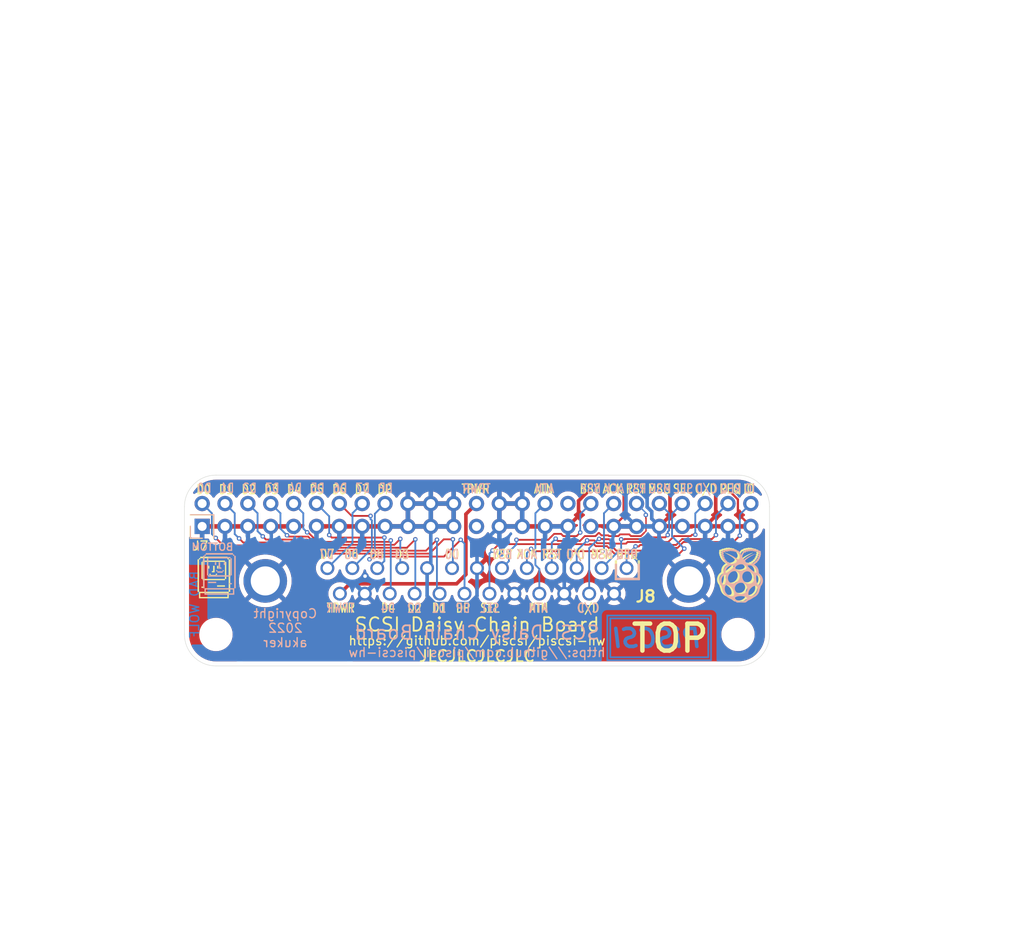
<source format=kicad_pcb>
(kicad_pcb (version 20211014) (generator pcbnew)
  (layers (0 "F.Cu" signal "Top") (31 "B.Cu" signal "Bottom") (34 "B.Paste" user) (35 "F.Paste" user) (36 "B.SilkS" user "B.Silkscreen") (37 "F.SilkS" user "F.Silkscreen") (38 "B.Mask" user) (39 "F.Mask" user) (44 "Edge.Cuts" user))
  (net 0 "")
  (net 1 "GND")
  (net 2 "C-REQ")
  (net 3 "C-MSG")
  (net 4 "C-BSY")
  (net 5 "C-SEL")
  (net 6 "C-RST")
  (net 7 "C-ACK")
  (net 8 "C-ATN")
  (net 9 "C-DP")
  (net 10 "C-D0")
  (net 11 "C-D1")
  (net 12 "C-D2")
  (net 13 "C-D3")
  (net 14 "C-D4")
  (net 15 "C-D5")
  (net 16 "C-D6")
  (net 17 "C-D7")
  (net 18 "C-I_O")
  (net 19 "C-C_D")
  (net 20 "TERMPOW")
  (footprint "SamacSys_Parts:Modified_PinHeader_2x25_P2.54mm_Vertical" (layer "F.Cu") (at 176.4665 82.9945 90)
    (fp_text reference "J7" (at -2.1655 -0.1765 180) (layer "F.SilkS"))
    (fp_text value "Conn_02x25_Odd_Even")
    (pad "1" thru_hole rect (at 0 0 90) (size 1.7 1.7) (drill 1) (layers *.Cu *.Mask) (net 1 "GND"))
    (pad "2" thru_hole oval (at 2.54 0 90) (size 1.7 1.7) (drill 1) (layers *.Cu *.Mask) (net 10 "C-D0"))
    (pad "3" thru_hole oval (at 0 2.54 90) (size 1.7 1.7) (drill 1) (layers *.Cu *.Mask) (net 1 "GND"))
    (pad "4" thru_hole oval (at 2.54 2.54 90) (size 1.7 1.7) (drill 1) (layers *.Cu *.Mask) (net 11 "C-D1"))
    (pad "5" thru_hole oval (at 0 5.08 90) (size 1.7 1.7) (drill 1) (layers *.Cu *.Mask) (net 1 "GND"))
    (pad "6" thru_hole oval (at 2.54 5.08 90) (size 1.7 1.7) (drill 1) (layers *.Cu *.Mask) (net 12 "C-D2"))
    (pad "7" thru_hole oval (at 0 7.62 90) (size 1.7 1.7) (drill 1) (layers *.Cu *.Mask) (net 1 "GND"))
    (pad "8" thru_hole oval (at 2.54 7.62 90) (size 1.7 1.7) (drill 1) (layers *.Cu *.Mask) (net 13 "C-D3"))
    (pad "9" thru_hole oval (at 0 10.16 90) (size 1.7 1.7) (drill 1) (layers *.Cu *.Mask) (net 1 "GND"))
    (pad "10" thru_hole oval (at 2.54 10.16 90) (size 1.7 1.7) (drill 1) (layers *.Cu *.Mask) (net 14 "C-D4"))
    (pad "11" thru_hole oval (at 0 12.7 90) (size 1.7 1.7) (drill 1) (layers *.Cu *.Mask) (net 1 "GND"))
    (pad "12" thru_hole oval (at 2.54 12.7 90) (size 1.7 1.7) (drill 1) (layers *.Cu *.Mask) (net 15 "C-D5"))
    (pad "13" thru_hole oval (at 0 15.24 90) (size 1.7 1.7) (drill 1) (layers *.Cu *.Mask) (net 1 "GND"))
    (pad "14" thru_hole oval (at 2.54 15.24 90) (size 1.7 1.7) (drill 1) (layers *.Cu *.Mask) (net 16 "C-D6"))
    (pad "15" thru_hole oval (at 0 17.78 90) (size 1.7 1.7) (drill 1) (layers *.Cu *.Mask) (net 1 "GND"))
    (pad "16" thru_hole oval (at 2.54 17.78 90) (size 1.7 1.7) (drill 1) (layers *.Cu *.Mask) (net 17 "C-D7"))
    (pad "17" thru_hole oval (at 0 20.32 90) (size 1.7 1.7) (drill 1) (layers *.Cu *.Mask) (net 1 "GND"))
    (pad "18" thru_hole oval (at 2.54 20.32 90) (size 1.7 1.7) (drill 1) (layers *.Cu *.Mask) (net 9 "C-DP"))
    (pad "19" thru_hole oval (at 0 22.86 90) (size 1.7 1.7) (drill 1) (layers *.Cu *.Mask) (net 1 "GND"))
    (pad "20" thru_hole oval (at 2.54 22.86 90) (size 1.7 1.7) (drill 1) (layers *.Cu *.Mask) (net 1 "GND"))
    (pad "21" thru_hole oval (at 0 25.4 90) (size 1.7 1.7) (drill 1) (layers *.Cu *.Mask) (net 1 "GND"))
    (pad "22" thru_hole oval (at 2.54 25.4 90) (size 1.7 1.7) (drill 1) (layers *.Cu *.Mask) (net 1 "GND"))
    (pad "23" thru_hole oval (at 0 27.94 90) (size 1.7 1.7) (drill 1) (layers *.Cu *.Mask) (net 1 "GND"))
    (pad "24" thru_hole oval (at 2.54 27.94 90) (size 1.7 1.7) (drill 1) (layers *.Cu *.Mask) (net 1 "GND"))
    (pad "25" thru_hole oval (at 0 30.48 90) (size 1.7 1.7) (drill 1) (layers *.Cu *.Mask))
    (pad "26" thru_hole oval (at 2.54 30.48 90) (size 1.7 1.7) (drill 1) (layers *.Cu *.Mask) (net 20 "TERMPOW"))
    (pad "27" thru_hole oval (at 0 33.02 90) (size 1.7 1.7) (drill 1) (layers *.Cu *.Mask) (net 1 "GND"))
    (pad "28" thru_hole oval (at 2.54 33.02 90) (size 1.7 1.7) (drill 1) (layers *.Cu *.Mask) (net 1 "GND"))
    (pad "29" thru_hole oval (at 0 35.56 90) (size 1.7 1.7) (drill 1) (layers *.Cu *.Mask) (net 1 "GND"))
    (pad "30" thru_hole oval (at 2.54 35.56 90) (size 1.7 1.7) (drill 1) (layers *.Cu *.Mask) (net 1 "GND"))
    (pad "31" thru_hole oval (at 0 38.1 90) (size 1.7 1.7) (drill 1) (layers *.Cu *.Mask) (net 1 "GND"))
    (pad "32" thru_hole oval (at 2.54 38.1 90) (size 1.7 1.7) (drill 1) (layers *.Cu *.Mask) (net 8 "C-ATN"))
    (pad "33" thru_hole oval (at 0 40.64 90) (size 1.7 1.7) (drill 1) (layers *.Cu *.Mask) (net 1 "GND"))
    (pad "34" thru_hole oval (at 2.54 40.64 90) (size 1.7 1.7) (drill 1) (layers *.Cu *.Mask))
    (pad "35" thru_hole oval (at 0 43.18 90) (size 1.7 1.7) (drill 1) (layers *.Cu *.Mask) (net 1 "GND"))
    (pad "36" thru_hole oval (at 2.54 43.18 90) (size 1.7 1.7) (drill 1) (layers *.Cu *.Mask) (net 4 "C-BSY"))
    (pad "37" thru_hole oval (at 0 45.72 90) (size 1.7 1.7) (drill 1) (layers *.Cu *.Mask) (net 1 "GND"))
    (pad "38" thru_hole oval (at 2.54 45.72 90) (size 1.7 1.7) (drill 1) (layers *.Cu *.Mask) (net 7 "C-ACK"))
    (pad "39" thru_hole oval (at 0 48.26 90) (size 1.7 1.7) (drill 1) (layers *.Cu *.Mask) (net 1 "GND"))
    (pad "40" thru_hole oval (at 2.54 48.26 90) (size 1.7 1.7) (drill 1) (layers *.Cu *.Mask) (net 6 "C-RST"))
    (pad "41" thru_hole oval (at 0 50.8 90) (size 1.7 1.7) (drill 1) (layers *.Cu *.Mask) (net 1 "GND"))
    (pad "42" thru_hole oval (at 2.54 50.8 90) (size 1.7 1.7) (drill 1) (layers *.Cu *.Mask) (net 3 "C-MSG"))
    (pad "43" thru_hole oval (at 0 53.34 90) (size 1.7 1.7) (drill 1) (layers *.Cu *.Mask) (net 1 "GND"))
    (pad "44" thru_hole oval (at 2.54 53.34 90) (size 1.7 1.7) (drill 1) (layers *.Cu *.Mask) (net 5 "C-SEL"))
    (pad "45" thru_hole oval (at 0 55.88 90) (size 1.7 1.7) (drill 1) (layers *.Cu *.Mask) (net 1 "GND"))
    (pad "46" thru_hole oval (at 2.54 55.88 90) (size 1.7 1.7) (drill 1) (layers *.Cu *.Mask) (net 19 "C-C_D"))
    (pad "47" thru_hole oval (at 0 58.42 90) (size 1.7 1.7) (drill 1) (layers *.Cu *.Mask) (net 1 "GND"))
    (pad "48" thru_hole oval (at 2.54 58.42 90) (size 1.7 1.7) (drill 1) (layers *.Cu *.Mask) (net 2 "C-REQ"))
    (pad "49" thru_hole oval (at 0 60.96 90) (size 1.7 1.7) (drill 1) (layers *.Cu *.Mask) (net 1 "GND"))
    (pad "50" thru_hole oval (at 2.54 60.96 90) (size 1.7 1.7) (drill 1) (layers *.Cu *.Mask) (net 18 "C-I_O"))
  )
  (footprint "MountingHole:MountingHole_2.7mm" (layer "F.Cu") (at 178 95)
    (fp_text reference "H5")
    (fp_text value "Hole4")
    (pad "" np_thru_hole circle (at 0 0) (size 2.7 2.7) (drill 2.7) (layers *.Cu *.Mask))
  )
  (footprint "MountingHole:MountingHole_2.7mm" (layer "F.Cu") (at 236 95)
    (fp_text reference "H6")
    (fp_text value "Hole6")
    (pad "" np_thru_hole circle (at 0 0) (size 2.7 2.7) (drill 2.7) (layers *.Cu *.Mask))
  )
  (footprint "SamacSys_Parts:mac_happy_small" (layer "F.Cu") (at 177.8 88.646)
    (fp_text reference "X1" hide)
    (fp_text value "Mac" hide)
  )
  (footprint "SamacSys_Parts:pi_logo" (layer "F.Cu") (at 236.093 88.392)
    (fp_text reference "X7" hide)
    (fp_text value "Pi" hide)
  )
  (footprint "SamacSys_Parts:pi_logo" (layer "B.Cu") (at 236.347 88.519 180)
    (fp_text reference "X4" hide)
    (fp_text value "Raspberry Pi" hide)
  )
  (footprint "SamacSys_Parts:mac_happy_small" (layer "B.Cu") (at 178.345364 88.246909 180)
    (fp_text reference "X3" hide)
    (fp_text value "Mac2" hide)
  )
  (footprint "SamacSys_Parts:L717SDB25PA4CH4F" (layer "B.Cu") (at 223.62 87.63 180)
    (fp_text reference "J8" (at -2.12 -3.14) (layer "F.SilkS") (effects (font (size 1.27 1.27) (thickness 0.254))))
    (fp_text value "CONFLY DB25" hide)
    (pad "1" thru_hole circle (at 0 0 180) (size 1.545 1.545) (drill 1.03) (layers *.Cu *.Mask) (net 2 "C-REQ"))
    (pad "2" thru_hole circle (at 2.77 0 180) (size 1.545 1.545) (drill 1.03) (layers *.Cu *.Mask) (net 3 "C-MSG"))
    (pad "3" thru_hole circle (at 5.54 0 180) (size 1.545 1.545) (drill 1.03) (layers *.Cu *.Mask) (net 18 "C-I_O"))
    (pad "4" thru_hole circle (at 8.31 0 180) (size 1.545 1.545) (drill 1.03) (layers *.Cu *.Mask) (net 6 "C-RST"))
    (pad "5" thru_hole circle (at 11.08 0 180) (size 1.545 1.545) (drill 1.03) (layers *.Cu *.Mask) (net 7 "C-ACK"))
    (pad "6" thru_hole circle (at 13.85 0 180) (size 1.545 1.545) (drill 1.03) (layers *.Cu *.Mask) (net 4 "C-BSY"))
    (pad "7" thru_hole circle (at 16.62 0 180) (size 1.545 1.545) (drill 1.03) (layers *.Cu *.Mask) (net 1 "GND"))
    (pad "8" thru_hole circle (at 19.39 0 180) (size 1.545 1.545) (drill 1.03) (layers *.Cu *.Mask) (net 10 "C-D0"))
    (pad "9" thru_hole circle (at 22.16 0 180) (size 1.545 1.545) (drill 1.03) (layers *.Cu *.Mask) (net 1 "GND"))
    (pad "10" thru_hole circle (at 24.93 0 180) (size 1.545 1.545) (drill 1.03) (layers *.Cu *.Mask) (net 13 "C-D3"))
    (pad "11" thru_hole circle (at 27.7 0 180) (size 1.545 1.545) (drill 1.03) (layers *.Cu *.Mask) (net 15 "C-D5"))
    (pad "12" thru_hole circle (at 30.47 0 180) (size 1.545 1.545) (drill 1.03) (layers *.Cu *.Mask) (net 16 "C-D6"))
    (pad "13" thru_hole circle (at 33.24 0 180) (size 1.545 1.545) (drill 1.03) (layers *.Cu *.Mask) (net 17 "C-D7"))
    (pad "14" thru_hole circle (at 1.385 -2.84 180) (size 1.545 1.545) (drill 1.03) (layers *.Cu *.Mask) (net 1 "GND"))
    (pad "15" thru_hole circle (at 4.155 -2.84 180) (size 1.545 1.545) (drill 1.03) (layers *.Cu *.Mask) (net 19 "C-C_D"))
    (pad "16" thru_hole circle (at 6.925 -2.84 180) (size 1.545 1.545) (drill 1.03) (layers *.Cu *.Mask) (net 1 "GND"))
    (pad "17" thru_hole circle (at 9.695 -2.84 180) (size 1.545 1.545) (drill 1.03) (layers *.Cu *.Mask) (net 8 "C-ATN"))
    (pad "18" thru_hole circle (at 12.465 -2.84 180) (size 1.545 1.545) (drill 1.03) (layers *.Cu *.Mask) (net 1 "GND"))
    (pad "19" thru_hole circle (at 15.235 -2.84 180) (size 1.545 1.545) (drill 1.03) (layers *.Cu *.Mask) (net 5 "C-SEL"))
    (pad "20" thru_hole circle (at 18.005 -2.84 180) (size 1.545 1.545) (drill 1.03) (layers *.Cu *.Mask) (net 9 "C-DP"))
    (pad "21" thru_hole circle (at 20.775 -2.84 180) (size 1.545 1.545) (drill 1.03) (layers *.Cu *.Mask) (net 11 "C-D1"))
    (pad "22" thru_hole circle (at 23.545 -2.84 180) (size 1.545 1.545) (drill 1.03) (layers *.Cu *.Mask) (net 12 "C-D2"))
    (pad "23" thru_hole circle (at 26.315 -2.84 180) (size 1.545 1.545) (drill 1.03) (layers *.Cu *.Mask) (net 14 "C-D4"))
    (pad "24" thru_hole circle (at 29.085 -2.84 180) (size 1.545 1.545) (drill 1.03) (layers *.Cu *.Mask) (net 1 "GND"))
    (pad "25" thru_hole circle (at 31.855 -2.84 180) (size 1.545 1.545) (drill 1.03) (layers *.Cu *.Mask) (net 20 "TERMPOW"))
    (pad "MH1" thru_hole circle (at -6.9 -1.42 180) (size 4.845 4.845) (drill 3.23) (layers *.Cu *.Mask) (net 1 "GND"))
    (pad "MH2" thru_hole circle (at 40.14 -1.42 180) (size 4.845 4.845) (drill 3.23) (layers *.Cu *.Mask) (net 1 "GND"))
  )
  (gr_rect (start 181 92.9) (end 192.52 97.86) (layer "F.Cu") (width 0.2) (fill none))
  (gr_rect (start 181.305 93.21) (end 192.195 97.53) (layer "F.Cu") (width 0.2) (fill none))
  (gr_rect (start 221.805 97.53) (end 232.695 93.21) (layer "B.Cu") (width 0.2) (fill none))
  (gr_rect (start 221.48 97.86) (end 233 92.9) (layer "B.Cu") (width 0.2) (fill none))
  (gr_line (start 222.377 87.1855) (end 222.377 88.9) (layer "B.SilkS") (width 0.12))
  (gr_line (start 222.377 88.9) (end 225.044 88.9) (layer "B.SilkS") (width 0.12))
  (gr_line (start 222.504 87.1855) (end 222.504 88.773) (layer "B.SilkS") (width 0.12))
  (gr_line (start 222.504 88.773) (end 224.917 88.773) (layer "B.SilkS") (width 0.12))
  (gr_line (start 222.377 88.9) (end 225.044 88.9) (layer "B.SilkS") (width 0.12))
  (gr_line (start 225.044 88.9) (end 225.044 87.1855) (layer "B.SilkS") (width 0.12))
  (gr_line (start 222.504 88.773) (end 224.917 88.773) (layer "B.SilkS") (width 0.12))
  (gr_line (start 224.917 88.773) (end 224.917 87.1855) (layer "B.SilkS") (width 0.12))
  (gr_line (start 222.377 88.9) (end 222.377 86.8) (layer "F.SilkS") (width 0.12))
  (gr_line (start 225.044 86.8) (end 225.044 88.9) (layer "F.SilkS") (width 0.12))
  (gr_line (start 224.917 86.8) (end 224.917 88.773) (layer "F.SilkS") (width 0.12))
  (gr_line (start 222.504 88.773) (end 222.504 86.8) (layer "F.SilkS") (width 0.12))
  (gr_line (start 224.917 88.773) (end 222.504 88.773) (layer "F.SilkS") (width 0.12))
  (gr_line (start 225.044 88.9) (end 222.377 88.9) (layer "F.SilkS") (width 0.12))
  (gr_line (start 178 98.496) (end 236 98.496) (layer "Edge.Cuts") (width 0.05))
  (gr_arc (start 236 77.298) (mid 238.474874 78.323126) (end 239.5 80.798) (layer "Edge.Cuts") (width 0.05))
  (gr_line (start 178 77.298) (end 236 77.298) (layer "Edge.Cuts") (width 0.05))
  (gr_arc (start 174.5 80.798) (mid 175.525126 78.323126) (end 178 77.298) (layer "Edge.Cuts") (width 0.05))
  (gr_arc (start 178 98.496) (mid 175.525126 97.470874) (end 174.5 94.996) (layer "Edge.Cuts") (width 0.05))
  (gr_arc (start 239.5 94.996) (mid 238.474874 97.470874) (end 236 98.496) (layer "Edge.Cuts") (width 0.05))
  (gr_line (start 174.5 80.798) (end 174.5 94.996) (layer "Edge.Cuts") (width 0.05))
  (gr_line (start 239.5 80.798) (end 239.5 94.996) (layer "Edge.Cuts") (width 0.05))
  (gr_text "PiSCSI" (at 186.72 95.37) (layer "F.Cu") (effects (font (size 2 2) (thickness 0.4) italic)))
  (gr_text "BAD WOLF" (at 175.62 91.69 90) (layer "B.Cu") (effects (font (size 1 1)) (justify mirror)))
  (gr_text "PiSCSI" (at 227.04 95.42) (layer "B.Cu") (effects (font (size 2 2) (thickness 0.4) italic) (justify mirror)))
  (gr_text "https://github.com/piscsi/piscsi-hw" (at 207 97) (layer "B.SilkS") (effects (font (size 1 1)) (justify mirror)))
  (gr_text "BOTTOM" (at 177.6095 85.2805) (layer "B.SilkS") (effects (font (size 0.8 0.8)) (justify mirror)))
  (gr_text "BSY" (at 209.804 86.106) (layer "B.SilkS") (effects (font (size 1 0.8)) (justify mirror)))
  (gr_text "MSG" (at 220.853 86.106) (layer "B.SilkS") (effects (font (size 1 0.8)) (justify mirror)))
  (gr_text "ACK" (at 212.5345 86.106) (layer "B.SilkS") (effects (font (size 1 0.8)) (justify mirror)))
  (gr_text "ATN" (at 213.8045 92.075) (layer "B.SilkS") (effects (font (size 1 0.8)) (justify mirror)))
  (gr_text "I/O" (at 217.932 86.106) (layer "B.SilkS") (effects (font (size 1 0.8)) (justify mirror)))
  (gr_text "REQ" (at 223.647 86.106) (layer "B.SilkS") (effects (font (size 1 0.8)) (justify mirror)))
  (gr_text "C/D" (at 219.329 92.075) (layer "B.SilkS") (effects (font (size 1 0.8)) (justify mirror)))
  (gr_text "D0" (at 204.216 86.106) (layer "B.SilkS") (effects (font (size 1 0.8)) (justify mirror)))
  (gr_text "D2" (at 200.025 92.075) (layer "B.SilkS") (effects (font (size 1 0.8)) (justify mirror)))
  (gr_text "TPWR" (at 191.8335 92.075) (layer "B.SilkS") (effects (font (size 1 0.8)) (justify mirror)))
  (gr_text "D7" (at 190.3095 86.106) (layer "B.SilkS") (effects (font (size 1 0.8)) (justify mirror)))
  (gr_text "D5" (at 195.834 86.106) (layer "B.SilkS") (effects (font (size 1 0.8)) (justify mirror)))
  (gr_text "D1" (at 202.7555 92.075) (layer "B.SilkS") (effects (font (size 1 0.8)) (justify mirror)))
  (gr_text "D6" (at 193.04 86.106) (layer "B.SilkS") (effects (font (size 1 0.8)) (justify mirror)))
  (gr_text "SEL" (at 208.407 92.075) (layer "B.SilkS") (effects (font (size 1 0.8)) (justify mirror)))
  (gr_text "D4" (at 197.104 92.075) (layer "B.SilkS") (effects (font (size 1 0.8)) (justify mirror)))
  (gr_text "DP" (at 205.4225 92.075) (layer "B.SilkS") (effects (font (size 1 0.8)) (justify mirror)))
  (gr_text "RST" (at 215.265 86.106) (layer "B.SilkS") (effects (font (size 1 0.8)) (justify mirror)))
  (gr_text "D3" (at 198.628 86.106) (layer "B.SilkS") (effects (font (size 1 0.8)) (justify mirror)))
  (gr_text "DP" (at 196.85 78.74) (layer "B.SilkS") (effects (font (size 1 0.8)) (justify mirror)))
  (gr_text "C/D" (at 232.522448 78.8035) (layer "B.SilkS") (effects (font (size 1 0.8)) (justify mirror)))
  (gr_text "ATN" (at 214.503 78.8035) (layer "B.SilkS") (effects (font (size 1 0.8)) (justify mirror)))
  (gr_text "ACK" (at 222.206452 78.8035) (layer "B.SilkS") (effects (font (size 1 0.8)) (justify mirror)))
  (gr_text "D4" (at 186.775724 78.74) (layer "B.SilkS") (effects (font (size 1 0.8)) (justify mirror)))
  (gr_text "D7" (at 194.317142 78.74) (layer "B.SilkS") (effects (font (size 1 0.8)) (justify mirror)))
  (gr_text "D3" (at 184.261918 78.74) (layer "B.SilkS") (effects (font (size 1 0.8)) (justify mirror)))
  (gr_text "TPWR" (at 206.9465 78.8035) (layer "B.SilkS") (effects (font (size 1 0.8)) (justify mirror)))
  (gr_text "MSG" (at 227.345403 78.8035) (layer "B.SilkS") (effects (font (size 1 0.8)) (justify mirror)))
  (gr_text "D1" (at 179.234306 78.74) (layer "B.SilkS") (effects (font (size 1 0.8)) (justify mirror)))
  (gr_text "RST" (at 224.728308 78.8035) (layer "B.SilkS") (effects (font (size 1 0.8)) (justify mirror)))
  (gr_text "IO" (at 237.2995 78.8035) (layer "B.SilkS") (effects (font (size 1 0.8)) (justify mirror)))
  (gr_text "REQ" (at 235.215733 78.8035) (layer "B.SilkS") (effects (font (size 1 0.8)) (justify mirror)))
  (gr_text "SEL" (at 229.943449 78.8035) (layer "B.SilkS") (effects (font (size 1 0.8)) (justify mirror)))
  (gr_text "BSY" (at 219.6465 78.8035) (layer "B.SilkS") (effects (font (size 1 0.8)) (justify mirror)))
  (gr_text "D6" (at 191.803336 78.74) (layer "B.SilkS") (effects (font (size 1 0.8)) (justify mirror)))
  (gr_text "D5" (at 189.28953 78.74) (layer "B.SilkS") (effects (font (size 1 0.8)) (justify mirror)))
  (gr_text "D2" (at 181.748112 78.74) (layer "B.SilkS") (effects (font (size 1 0.8)) (justify mirror)))
  (gr_text "D0" (at 176.7205 78.74) (layer "B.SilkS") (effects (font (size 1 0.8)) (justify mirror)))
  (gr_text "Copyright\n2022\nakuker" (at 185.71 94.29) (layer "B.SilkS") (effects (font (size 1 1)) (justify mirror)))
  (gr_text "SCSI Daisy Chain Board" (at 207 94.8) (layer "B.SilkS") (effects (font (size 1.5 1.5) (thickness 0.2)) (justify mirror)))
  (gr_text "https://github.com/piscsi/piscsi-hw" (at 207 95.7) (layer "F.SilkS") (effects (font (size 1 1))))
  (gr_text "D5" (at 189.187458 78.9) (layer "F.SilkS") (effects (font (size 1 0.8))))
  (gr_text "D1" (at 179.132234 78.9) (layer "F.SilkS") (effects (font (size 1 0.8))))
  (gr_text "ACK" (at 212.5745 86.09) (layer "F.SilkS") (effects (font (size 1 0.8))))
  (gr_text "DP" (at 205.4625 92.059) (layer "F.SilkS") (effects (font (size 1 0.8))))
  (gr_text "D2" (at 200.065 92.059) (layer "F.SilkS") (effects (font (size 1 0.8))))
  (gr_text "D6" (at 193.08 86.09) (layer "F.SilkS") (effects (font (size 1 0.8))))
  (gr_text "MSG" (at 220.893 86.09) (layer "F.SilkS") (effects (font (size 1 0.8))))
  (gr_text "REQ" (at 223.687 86.09) (layer "F.SilkS") (effects (font (size 1 0.8))))
  (gr_text "D1" (at 202.7955 92.059) (layer "F.SilkS") (effects (font (size 1 0.8))))
  (gr_text "SCSI Daisy Chain Board" (at 207 93.9) (layer "F.SilkS") (effects (font (size 1.5 1.5) (thickness 0.2))))
  (gr_text "IO" (at 237.197428 78.8365) (layer "F.SilkS") (effects (font (size 1 0.8))))
  (gr_text "BSY" (at 219.544428 78.8365) (layer "F.SilkS") (effects (font (size 1 0.8))))
  (gr_text "RST" (at 215.305 86.09) (layer "F.SilkS") (effects (font (size 1 0.8))))
  (gr_text "D7" (at 190.3495 86.09) (layer "F.SilkS") (effects (font (size 1 0.8))))
  (gr_text "D6" (at 191.701264 78.9) (layer "F.SilkS") (effects (font (size 1 0.8))))
  (gr_text "D0" (at 176.618428 78.9) (layer "F.SilkS") (effects (font (size 1 0.8))))
  (gr_text "D2" (at 181.64604 78.9) (layer "F.SilkS") (effects (font (size 1 0.8))))
  (gr_text "MSG" (at 227.243331 78.8365) (layer "F.SilkS") (effects (font (size 1 0.8))))
  (gr_text "ATN" (at 214.400928 78.8365) (layer "F.SilkS") (effects (font (size 1 0.8))))
  (gr_text "D5" (at 195.874 86.09) (layer "F.SilkS") (effects (font (size 1 0.8))))
  (gr_text "I/O" (at 217.972 86.09) (layer "F.SilkS") (effects (font (size 1 0.8))))
  (gr_text "TPWR" (at 206.844428 78.8365) (layer "F.SilkS") (effects (font (size 1 0.8))))
  (gr_text "SEL" (at 229.841377 78.8365) (layer "F.SilkS") (effects (font (size 1 0.8))))
  (gr_text "D4" (at 186.673652 78.9) (layer "F.SilkS") (effects (font (size 1 0.8))))
  (gr_text "D3" (at 184.159846 78.9) (layer "F.SilkS") (effects (font (size 1 0.8))))
  (gr_text "D4" (at 197.144 92.059) (layer "F.SilkS") (effects (font (size 1 0.8))))
  (gr_text "TPWR" (at 191.8735 92.059) (layer "F.SilkS") (effects (font (size 1 0.8))))
  (gr_text "C/D" (at 232.420376 78.8365) (layer "F.SilkS") (effects (font (size 1 0.8))))
  (gr_text "JLCJLCJLCJLC" (at 207 97.4) (layer "F.SilkS") (effects (font (size 1.25 1.25) (thickness 0.2))))
  (gr_text "BSY" (at 209.844 86.09) (layer "F.SilkS") (effects (font (size 1 0.8))))
  (gr_text "C/D" (at 219.369 92.059) (layer "F.SilkS") (effects (font (size 1 0.8))))
  (gr_text "REQ" (at 235.113661 78.8365) (layer "F.SilkS") (effects (font (size 1 0.8))))
  (gr_text "D3" (at 198.668 86.09) (layer "F.SilkS") (effects (font (size 1 0.8))))
  (gr_text "SEL" (at 208.447 92.059) (layer "F.SilkS") (effects (font (size 1 0.8))))
  (gr_text "D0" (at 204.256 86.09) (layer "F.SilkS") (effects (font (size 1 0.8))))
  (gr_text "RST" (at 224.626236 78.8365) (layer "F.SilkS") (effects (font (size 1 0.8))))
  (gr_text "ATN" (at 213.8445 92.059) (layer "F.SilkS") (effects (font (size 1 0.8))))
  (gr_text "D7" (at 194.21507 78.9) (layer "F.SilkS") (effects (font (size 1 0.8))))
  (gr_text "TOP" (at 228.45 95.43) (layer "F.SilkS") (effects (font (size 3 3) (thickness 0.5))))
  (gr_text "ACK" (at 222.10438 78.8365) (layer "F.SilkS") (effects (font (size 1 0.8))))
  (gr_text "DP" (at 196.747928 78.9) (layer "F.SilkS") (effects (font (size 1 0.8))))
  (segment (start 228.443011 78.443011) (end 228.3 78.3) (width 0.4) (layer "F.Cu") (net 1))
  (segment (start 220.137161 78.3) (end 223.5 78.3) (width 0.4) (layer "F.Cu") (net 1))
  (segment (start 222.1865 82.9945) (end 223.288011 81.892989) (width 0.25) (layer "F.Cu") (net 1))
  (segment (start 233.523011 81.817989) (end 232.3465 82.9945) (width 0.4) (layer "F.Cu") (net 1))
  (segment (start 237.4265 82.9945) (end 235.988011 81.556011) (width 0.25) (layer "F.Cu") (net 1))
  (segment (start 233.5 78.3) (end 233.523011 78.323011) (width 0.4) (layer "F.Cu") (net 1))
  (segment (start 228.3 78.3) (end 233.5 78.3) (width 0.4) (layer "F.Cu") (net 1))
  (segment (start 217.1065 82.9945) (end 218.283011 81.817989) (width 0.4) (layer "F.Cu") (net 1))
  (segment (start 228.443011 81.817989) (end 228.443011 78.443011) (width 0.4) (layer "F.Cu") (net 1))
  (segment (start 233.546022 78.3) (end 233.523011 78.323011) (width 0.25) (layer "F.Cu") (net 1))
  (segment (start 218.283011 81.817989) (end 218.283011 80.15415) (width 0.4) (layer "F.Cu") (net 1))
  (segment (start 233.523011 78.323011) (end 233.7 78.3) (width 0.25) (layer "F.Cu") (net 1))
  (segment (start 223.5 78.3) (end 228.3 78.3) (width 0.4) (layer "F.Cu") (net 1))
  (segment (start 218.283011 80.15415) (end 220.137161 78.3) (width 0.4) (layer "F.Cu") (net 1))
  (segment (start 233.523011 78.323011) (end 233.523011 81.817989) (width 0.4) (layer "F.Cu") (net 1))
  (segment (start 227.2665 82.9945) (end 228.443011 81.817989) (width 0.4) (layer "F.Cu") (net 1))
  (segment (start 223.288011 78.511989) (end 223.5 78.3) (width 0.25) (layer "F.Cu") (net 1))
  (segment (start 235.988011 81.556011) (end 235.988011 79.998238) (width 0.25) (layer "F.Cu") (net 1))
  (segment (start 223.288011 81.892989) (end 223.288011 78.511989) (width 0.25) (layer "F.Cu") (net 1))
  (segment (start 233.7 78.3) (end 233.546022 78.3) (width 0.25) (layer "F.Cu") (net 1))
  (segment (start 235.988011 79.998238) (end 234.312784 78.323011) (width 0.25) (layer "F.Cu") (net 1))
  (segment (start 234.312784 78.323011) (end 233.523011 78.323011) (width 0.25) (layer "F.Cu") (net 1))
  (via (at 194.564 88.519) (size 0.8) (drill 0.4) (layers "F.Cu" "B.Cu") (net 1))
  (segment (start 207.0016 90.712262) (end 207.0016 87.63) (width 0.4) (layer "B.Cu") (net 1))
  (segment (start 201.8665 87.2251) (end 201.4616 87.63) (width 0.4) (layer "B.Cu") (net 1))
  (segment (start 224.453962 78.44) (end 223.54 78.44) (width 0.4) (layer "B.Cu") (net 1))
  (segment (start 227.2665 82.9945) (end 226.416501 82.144501) (width 0.4) (layer "B.Cu") (net 1))
  (segment (start 207.0016 85.4794) (end 207.0016 87.63) (width 0.4) (layer "B.Cu") (net 1))
  (segment (start 226.416501 82.144501) (end 226.416501 81.346463) (width 0.4) (layer "B.Cu") (net 1))
  (segment (start 225.903501 80.833463) (end 225.903501 79.889539) (width 0.4) (layer "B.Cu") (net 1))
  (segment (start 223.549499 78.449499) (end 223.54 78.44) (width 0.4) (layer "B.Cu") (net 1))
  (segment (start 202.318839 91.569501) (end 206.144361 91.569501) (width 0.4) (layer "B.Cu") (net 1))
  (segment (start 223.549499 81.817499) (end 223.549499 78.449499) (width 0.4) (layer "B.Cu") (net 1))
  (segment (start 217.1065 84.196581) (end 216.6966 84.606481) (width 0.4) (layer "B.Cu") (net 1))
  (segment (start 225.903501 79.889539) (end 224.453962 78.44) (width 0.4) (layer "B.Cu") (net 1))
  (segment (start 216.6966 84.606481) (end 216.6966 90.47) (width 0.4) (layer "B.Cu") (net 1))
  (segment (start 206.144361 91.569501) (end 207.0016 90.712262) (width 0.4) (layer "B.Cu") (net 1))
  (segment (start 201.4616 90.712262) (end 202.318839 91.569501) (width 0.4) (layer "B.Cu") (net 1))
  (segment (start 201.8665 82.9945) (end 201.8665 87.2251) (width 0.4) (layer "B.Cu") (net 1))
  (segment (start 201.4616 87.63) (end 201.4616 90.712262) (width 0.4) (layer "B.Cu") (net 1))
  (segment (start 226.416501 81.346463) (end 225.903501 80.833463) (width 0.4) (layer "B.Cu") (net 1))
  (segment (start 209.4865 82.9945) (end 207.0016 85.4794) (width 0.4) (layer "B.Cu") (net 1))
  (segment (start 224.7265 82.9945) (end 223.549499 81.817499) (width 0.4) (layer "B.Cu") (net 1))
  (segment (start 217.1065 82.9945) (end 217.1065 84.196581) (width 0.4) (layer "B.Cu") (net 1))
  (segment (start 229.135004 85.052534) (end 225.13504 85.052534) (width 0.2) (layer "F.Cu") (net 2))
  (segment (start 233.101488 84.398512) (end 229.789026 84.398512) (width 0.2) (layer "F.Cu") (net 2))
  (segment (start 229.789026 84.398512) (end 229.135004 85.052534) (width 0.2) (layer "F.Cu") (net 2))
  (segment (start 233.55 83.95) (end 233.101488 84.398512) (width 0.2) (layer "F.Cu") (net 2))
  (segment (start 224.972861 85.214713) (end 224.619308 85.214713) (width 0.2) (layer "F.Cu") (net 2))
  (segment (start 225.13504 85.052534) (end 224.972861 85.214713) (width 0.2) (layer "F.Cu") (net 2))
  (via (at 224.619308 85.214713) (size 0.5) (drill 0.25) (layers "F.Cu" "B.Cu") (net 2))
  (via (at 233.55 83.95) (size 0.5) (drill 0.25) (layers "F.Cu" "B.Cu") (net 2))
  (segment (start 233.55 81.791) (end 234.8865 80.4545) (width 0.2) (layer "B.Cu") (net 2))
  (segment (start 223.6216 86.212421) (end 224.619308 85.214713) (width 0.2) (layer "B.Cu") (net 2))
  (segment (start 233.55 83.95) (end 233.55 81.791) (width 0.2) (layer "B.Cu") (net 2))
  (segment (start 223.6216 87.63) (end 223.6216 86.212421) (width 0.2) (layer "B.Cu") (net 2))
  (segment (start 225.378913 84.398512) (end 223.40315 84.398512) (width 0.2) (layer "F.Cu") (net 3))
  (segment (start 225.568458 84.208967) (end 225.378913 84.398512) (width 0.2) (layer "F.Cu") (net 3))
  (segment (start 228.193502 83.95) (end 227.934535 84.208967) (width 0.2) (layer "F.Cu") (net 3))
  (segment (start 223.371503 84.430159) (end 223.01795 84.430159) (width 0.2) (layer "F.Cu") (net 3))
  (segment (start 223.40315 84.398512) (end 223.371503 84.430159) (width 0.2) (layer "F.Cu") (net 3))
  (segment (start 227.934535 84.208967) (end 225.568458 84.208967) (width 0.2) (layer "F.Cu") (net 3))
  (via (at 223.01795 84.430159) (size 0.5) (drill 0.25) (layers "F.Cu" "B.Cu") (net 3))
  (via (at 228.193502 83.95) (size 0.5) (drill 0.25) (layers "F.Cu" "B.Cu") (net 3))
  (segment (start 220.8516 87.63) (end 223.01795 85.46365) (width 0.2) (layer "B.Cu") (net 3))
  (segment (start 223.01795 85.46365) (end 223.01795 84.430159) (width 0.2) (layer "B.Cu") (net 3))
  (segment (start 228.193502 83.596447) (end 228.193502 83.95) (width 0.2) (layer "B.Cu") (net 3))
  (segment (start 228.343501 81.531501) (end 228.343501 83.446448) (width 0.2) (layer "B.Cu") (net 3))
  (segment (start 227.2665 80.4545) (end 228.343501 81.531501) (width 0.2) (layer "B.Cu") (net 3))
  (segment (start 228.343501 83.446448) (end 228.193502 83.596447) (width 0.2) (layer "B.Cu") (net 3))
  (segment (start 218.071489 84.071501) (end 216.589539 84.071501) (width 0.2) (layer "F.Cu") (net 4))
  (segment (start 216.589539 84.071501) (end 216.341027 83.822989) (width 0.2) (layer "F.Cu") (net 4))
  (segment (start 215.571049 83.822989) (end 214.909206 84.484832) (width 0.2) (layer "F.Cu") (net 4))
  (segment (start 214.909206 84.484832) (end 211.38701 84.484832) (width 0.2) (layer "F.Cu") (net 4))
  (segment (start 218.47 83.67299) (end 218.071489 84.071501) (width 0.2) (layer "F.Cu") (net 4))
  (segment (start 216.341027 83.822989) (end 215.571049 83.822989) (width 0.2) (layer "F.Cu") (net 4))
  (via (at 218.47 83.67299) (size 0.5) (drill 0.25) (layers "F.Cu" "B.Cu") (net 4))
  (via (at 211.38701 84.484832) (size 0.5) (drill 0.25) (layers "F.Cu" "B.Cu") (net 4))
  (segment (start 211.38701 84.991212) (end 211.38701 84.484832) (width 0.2) (layer "B.Cu") (net 4))
  (segment (start 218.47 81.631) (end 218.47 83.67299) (width 0.2) (layer "B.Cu") (net 4))
  (segment (start 209.7716 87.63) (end 210.544099 86.857501) (width 0.2) (layer "B.Cu") (net 4))
  (segment (start 210.544099 86.857501) (end 210.544099 85.834123) (width 0.2) (layer "B.Cu") (net 4))
  (segment (start 210.544099 85.834123) (end 211.38701 84.991212) (width 0.2) (layer "B.Cu") (net 4))
  (segment (start 219.6465 80.4545) (end 218.47 81.631) (width 0.2) (layer "B.Cu") (net 4))
  (segment (start 219.980245 84.962989) (end 220.015069 84.997814) (width 0.2) (layer "F.Cu") (net 5))
  (segment (start 209.437011 84.962989) (end 218.944761 84.962989) (width 0.2) (layer "F.Cu") (net 5))
  (segment (start 218.944761 84.962989) (end 219.007285 85.025513) (width 0.2) (layer "F.Cu") (net 5))
  (segment (start 219.007285 85.025513) (end 219.465209 85.025513) (width 0.2) (layer "F.Cu") (net 5))
  (segment (start 222.276984 86.021022) (end 229.473573 86.021022) (width 0.2) (layer "F.Cu") (net 5))
  (segment (start 219.465209 85.025513) (end 219.527733 84.962989) (width 0.2) (layer "F.Cu") (net 5))
  (segment (start 219.527733 84.962989) (end 219.980245 84.962989) (width 0.2) (layer "F.Cu") (net 5))
  (segment (start 220.206628 85.189373) (end 221.445335 85.189373) (width 0.2) (layer "F.Cu") (net 5))
  (segment (start 208.73 85.67) (end 209.437011 84.962989) (width 0.2) (layer "F.Cu") (net 5))
  (segment (start 229.473573 86.021022) (end 230.028947 85.465648) (width 0.2) (layer "F.Cu") (net 5))
  (segment (start 221.445335 85.189373) (end 222.276984 86.021022) (width 0.2) (layer "F.Cu") (net 5))
  (segment (start 220.015069 84.997814) (end 220.206628 85.189373) (width 0.2) (layer "F.Cu") (net 5))
  (via (at 230.028947 85.465648) (size 0.5) (drill 0.25) (layers "F.Cu" "B.Cu") (net 5))
  (via (at 208.73 85.67) (size 0.5) (drill 0.25) (layers "F.Cu" "B.Cu") (net 5))
  (segment (start 228.670512 84.107213) (end 230.028947 85.465648) (width 0.2) (layer "B.Cu") (net 5))
  (segment (start 208.73 85.67) (end 208.3866 86.0134) (width 0.2) (layer "B.Cu") (net 5))
  (segment (start 208.3866 86.0134) (end 208.3866 90.47) (width 0.2) (layer "B.Cu") (net 5))
  (segment (start 229.8065 80.4545) (end 228.670512 81.590488) (width 0.2) (layer "B.Cu") (net 5))
  (segment (start 228.670512 81.590488) (end 228.670512 84.107213) (width 0.2) (layer "B.Cu") (net 5))
  (segment (start 220.498628 83.736334) (end 220.582489 83.736334) (width 0.2) (layer "F.Cu") (net 6))
  (segment (start 222.703461 84.071501) (end 222.897065 83.877897) (width 0.2) (layer "F.Cu") (net 6))
  (segment (start 218.978514 84.071501) (end 220.163461 84.071501) (width 0.2) (layer "F.Cu") (net 6))
  (segment (start 221.669539 84.071501) (end 222.703461 84.071501) (width 0.2) (layer "F.Cu") (net 6))
  (segment (start 225.206903 84.071501) (end 225.546447 83.731957) (width 0.2) (layer "F.Cu") (net 6))
  (segment (start 225.546447 83.731957) (end 225.778501 83.499903) (width 0.15) (layer "F.Cu") (net 6))
  (segment (start 221.584509 83.986471) (end 221.669539 84.071501) (width 0.2) (layer "F.Cu") (net 6))
  (segment (start 225.778501 82.092054) (end 225.76 82.073553) (width 0.15) (layer "F.Cu") (net 6))
  (segment (start 223.91365 83.877897) (end 224.107254 84.071501) (width 0.2) (layer "F.Cu") (net 6))
  (segment (start 225.778501 83.499903) (end 225.778501 82.092054) (width 0.15) (layer "F.Cu") (net 6))
  (segment (start 220.163461 84.071501) (end 220.498628 83.736334) (width 0.2) (layer "F.Cu") (net 6))
  (segment (start 220.832626 83.986471) (end 221.584509 83.986471) (width 0.2) (layer "F.Cu") (net 6))
  (segment (start 220.582489 83.736334) (end 220.832626 83.986471) (width 0.2) (layer "F.Cu") (net 6))
  (segment (start 218.440016 84.609999) (end 218.978514 84.071501) (width 0.2) (layer "F.Cu") (net 6))
  (segment (start 225.76 82.073553) (end 225.76 81.72) (width 0.15) (layer "F.Cu") (net 6))
  (segment (start 215.74 84.36) (end 215.989999 84.609999) (width 0.2) (layer "F.Cu") (net 6))
  (segment (start 222.897065 83.877897) (end 223.91365 83.877897) (width 0.2) (layer "F.Cu") (net 6))
  (segment (start 224.107254 84.071501) (end 225.206903 84.071501) (width 0.2) (layer "F.Cu") (net 6))
  (segment (start 215.989999 84.609999) (end 218.440016 84.609999) (width 0.2) (layer "F.Cu") (net 6))
  (via (at 215.74 84.36) (size 0.5) (drill 0.25) (layers "F.Cu" "B.Cu") (net 6))
  (via (at 225.76 81.72) (size 0.5) (drill 0.25) (layers "F.Cu" "B.Cu") (net 6))
  (segment (start 225.76 81.488) (end 225.76 81.72) (width 0.15) (layer "B.Cu") (net 6))
  (segment (start 215.3116 84.7884) (end 215.74 84.36) (width 0.2) (layer "B.Cu") (net 6))
  (segment (start 215.3116 87.63) (end 215.3116 84.7884) (width 0.2) (layer "B.Cu") (net 6))
  (segment (start 224.7265 80.4545) (end 225.76 81.488) (width 0.15) (layer "B.Cu") (net 6))
  (segment (start 213.273425 85.75) (end 213.012489 85.489064) (width 0.2) (layer "F.Cu") (net 7))
  (segment (start 220.93 85.75) (end 213.273425 85.75) (width 0.2) (layer "F.Cu") (net 7))
  (via (at 213.012489 85.489064) (size 0.5) (drill 0.25) (layers "F.Cu" "B.Cu") (net 7))
  (via (at 220.93 85.75) (size 0.5) (drill 0.25) (layers "F.Cu" "B.Cu") (net 7))
  (segment (start 221.109499 85.570501) (end 220.93 85.75) (width 0.2) (layer "B.Cu") (net 7))
  (segment (start 212.5416 85.959953) (end 213.012489 85.489064) (width 0.2) (layer "B.Cu") (net 7))
  (segment (start 222.1865 80.4545) (end 221.109499 81.531501) (width 0.2) (layer "B.Cu") (net 7))
  (segment (start 212.5416 87.63) (end 212.5416 85.959953) (width 0.2) (layer "B.Cu") (net 7))
  (segment (start 221.109499 81.531501) (end 221.109499 85.570501) (width 0.2) (layer "B.Cu") (net 7))
  (segment (start 214.5665 80.4545) (end 213.489499 81.531501) (width 0.2) (layer "B.Cu") (net 8))
  (segment (start 213.9266 87.724262) (end 213.9266 90.47) (width 0.2) (layer "B.Cu") (net 8))
  (segment (start 213.489499 87.287161) (end 213.9266 87.724262) (width 0.2) (layer "B.Cu") (net 8))
  (segment (start 213.489499 81.531501) (end 213.489499 87.287161) (width 0.2) (layer "B.Cu") (net 8))
  (segment (start 203.330745 86.347009) (end 205.192489 84.485265) (width 0.2) (layer "F.Cu") (net 9))
  (segment (start 195.362991 86.347009) (end 203.330745 86.347009) (width 0.2) (layer "F.Cu") (net 9))
  (segment (start 195.06 86.65) (end 195.362991 86.347009) (width 0.2) (layer "F.Cu") (net 9))
  (via (at 195.06 86.65) (size 0.5) (drill 0.25) (layers "F.Cu" "B.Cu") (net 9))
  (via (at 205.192489 84.485265) (size 0.5) (drill 0.25) (layers "F.Cu" "B.Cu") (net 9))
  (segment (start 195.650512 86.059488) (end 195.650512 81.590488) (width 0.2) (layer "B.Cu") (net 9))
  (segment (start 205.192489 84.485265) (end 205.6166 84.909376) (width 0.2) (layer "B.Cu") (net 9))
  (segment (start 195.06 86.65) (end 195.650512 86.059488) (width 0.2) (layer "B.Cu") (net 9))
  (segment (start 195.650512 81.590488) (end 196.7865 80.4545) (width 0.2) (layer "B.Cu") (net 9))
  (segment (start 205.6166 90.47) (end 205.6166 84.909376) (width 0.2) (layer "B.Cu") (net 9))
  (segment (start 188.748188 86.019999) (end 201.715963 86.019999) (width 0.2) (layer "F.Cu") (net 10))
  (segment (start 203.305962 84.43) (end 204.32 84.43) (width 0.2) (layer "F.Cu") (net 10))
  (segment (start 187.838188 85.11) (end 188.748188 86.019999) (width 0.2) (layer "F.Cu") (net 10))
  (segment (start 178.81 85.11) (end 187.838188 85.11) (width 0.2) (layer "F.Cu") (net 10))
  (segment (start 201.715963 86.019999) (end 203.305962 84.43) (width 0.2) (layer "F.Cu") (net 10))
  (segment (start 177.98 84.28) (end 178.81 85.11) (width 0.2) (layer "F.Cu") (net 10))
  (via (at 204.32 84.43) (size 0.5) (drill 0.25) (layers "F.Cu" "B.Cu") (net 10))
  (via (at 177.98 84.28) (size 0.5) (drill 0.25) (layers "F.Cu" "B.Cu") (net 10))
  (segment (start 204.32 84.43) (end 204.32 87.5416) (width 0.2) (layer "B.Cu") (net 10))
  (segment (start 176.4665 80.4545) (end 177.543501 81.531501) (width 0.2) (layer "B.Cu") (net 10))
  (segment (start 177.543501 81.531501) (end 177.543501 83.843501) (width 0.2) (layer "B.Cu") (net 10))
  (segment (start 177.543501 83.843501) (end 177.98 84.28) (width 0.2) (layer "B.Cu") (net 10))
  (segment (start 181.022989 84.782989) (end 187.97364 84.782989) (width 0.2) (layer "F.Cu") (net 11))
  (segment (start 180.57 84.33) (end 181.022989 84.782989) (width 0.2) (layer "F.Cu") (net 11))
  (segment (start 201.337011 85.692989) (end 202.55 84.48) (width 0.2) (layer "F.Cu") (net 11))
  (segment (start 188.883639 85.692989) (end 201.337011 85.692989) (width 0.2) (layer "F.Cu") (net 11))
  (segment (start 187.97364 84.782989) (end 188.883639 85.692989) (width 0.2) (layer "F.Cu") (net 11))
  (via (at 202.55 84.48) (size 0.5) (drill 0.25) (layers "F.Cu" "B.Cu") (net 11))
  (via (at 180.57 84.33) (size 0.5) (drill 0.25) (layers "F.Cu" "B.Cu") (net 11))
  (segment (start 180.083501 83.843501) (end 180.57 84.33) (width 0.2) (layer "B.Cu") (net 11))
  (segment (start 202.55 84.48) (end 202.55 90.1734) (width 0.2) (layer "B.Cu") (net 11))
  (segment (start 179.0065 80.4545) (end 180.083501 81.531501) (width 0.2) (layer "B.Cu") (net 11))
  (segment (start 180.083501 81.531501) (end 180.083501 83.843501) (width 0.2) (layer "B.Cu") (net 11))
  (segment (start 189.019089 85.365978) (end 188.109092 84.455978) (width 0.2) (layer "F.Cu") (net 12))
  (segment (start 200.15 84.43) (end 199.214022 85.365978) (width 0.2) (layer "F.Cu") (net 12))
  (segment (start 183.555413 84.455978) (end 183.202424 84.102989) (width 0.2) (layer "F.Cu") (net 12))
  (segment (start 199.214022 85.365978) (end 189.019089 85.365978) (width 0.2) (layer "F.Cu") (net 12))
  (segment (start 188.109092 84.455978) (end 183.555413 84.455978) (width 0.2) (layer "F.Cu") (net 12))
  (via (at 200.15 84.43) (size 0.5) (drill 0.25) (layers "F.Cu" "B.Cu") (net 12))
  (via (at 183.202424 84.102989) (size 0.5) (drill 0.25) (layers "F.Cu" "B.Cu") (net 12))
  (segment (start 182.623501 83.524066) (end 183.202424 84.102989) (width 0.2) (layer "B.Cu") (net 12))
  (segment (start 181.5465 80.4545) (end 182.623501 81.531501) (width 0.2) (layer "B.Cu") (net 12))
  (segment (start 200.15 84.43) (end 200.15 90.3966) (width 0.2) (layer "B.Cu") (net 12))
  (segment (start 182.623501 81.531501) (end 182.623501 83.524066) (width 0.2) (layer "B.Cu") (net 12))
  (segment (start 197.821033 85.038967) (end 189.15454 85.038967) (width 0.2) (layer "F.Cu") (net 13))
  (segment (start 188.244544 84.128967) (end 186.043528 84.128967) (width 0.2) (layer "F.Cu") (net 13))
  (segment (start 198.48 84.38) (end 197.821033 85.038967) (width 0.2) (layer "F.Cu") (net 13))
  (segment (start 189.15454 85.038967) (end 188.244544 84.128967) (width 0.2) (layer "F.Cu") (net 13))
  (segment (start 186.043528 84.128967) (end 185.893529 83.978968) (width 0.2) (layer "F.Cu") (net 13))
  (via (at 198.48 84.38) (size 0.5) (drill 0.25) (layers "F.Cu" "B.Cu") (net 13))
  (via (at 185.893529 83.978968) (size 0.5) (drill 0.25) (layers "F.Cu" "B.Cu") (net 13))
  (segment (start 198.48 84.38) (end 198.48 87.4184) (width 0.2) (layer "B.Cu") (net 13))
  (segment (start 185.163501 81.531501) (end 185.163501 83.24894) (width 0.2) (layer "B.Cu") (net 13))
  (segment (start 185.163501 83.24894) (end 185.893529 83.978968) (width 0.2) (layer "B.Cu") (net 13))
  (segment (start 184.0865 80.4545) (end 185.163501 81.531501) (width 0.2) (layer "B.Cu") (net 13))
  (segment (start 197.258044 84.711956) (end 189.289992 84.711956) (width 0.2) (layer "F.Cu") (net 14))
  (segment (start 197.42 84.55) (end 197.258044 84.711956) (width 0.2) (layer "F.Cu") (net 14))
  (segment (start 189.289992 84.711956) (end 188.229993 83.651957) (width 0.2) (layer "F.Cu") (net 14))
  (segment (start 188.229993 83.651957) (end 188.130504 83.651957) (width 0.2) (layer "F.Cu") (net 14))
  (via (at 197.42 84.55) (size 0.5) (drill 0.25) (layers "F.Cu" "B.Cu") (net 14))
  (via (at 188.130504 83.651957) (size 0.5) (drill 0.25) (layers "F.Cu" "B.Cu") (net 14))
  (segment (start 186.6265 80.4545) (end 187.703501 81.531501) (width 0.2) (layer "B.Cu") (net 14))
  (segment (start 187.703501 83.224954) (end 188.130504 83.651957) (width 0.2) (layer "B.Cu") (net 14))
  (segment (start 197.42 84.55) (end 197.42 90.3566) (width 0.2) (layer "B.Cu") (net 14))
  (segment (start 187.703501 81.531501) (end 187.703501 83.224954) (width 0.2) (layer "B.Cu") (net 14))
  (segment (start 190.58 83.95) (end 190.864946 84.234946) (width 0.2) (layer "F.Cu") (net 15))
  (segment (start 190.864946 84.234946) (end 196.71 84.234946) (width 0.2) (layer "F.Cu") (net 15))
  (via (at 190.58 83.95) (size 0.5) (drill 0.25) (layers "F.Cu" "B.Cu") (net 15))
  (via (at 196.71 84.234946) (size 0.5) (drill 0.25) (layers "F.Cu" "B.Cu") (net 15))
  (segment (start 196.71 86.8416) (end 196.71 84.234946) (width 0.2) (layer "B.Cu") (net 15))
  (segment (start 189.1665 80.4545) (end 190.58 81.868) (width 0.2) (layer "B.Cu") (net 15))
  (segment (start 195.9216 87.63) (end 196.71 86.8416) (width 0.2) (layer "B.Cu") (net 15))
  (segment (start 190.58 81.868) (end 190.58 83.95) (width 0.2) (layer "B.Cu") (net 15))
  (segment (start 191.7065 80.4545) (end 193.079449 81.827449) (width 0.2) (layer "F.Cu") (net 16))
  (segment (start 193.079449 81.827449) (end 195.173502 81.827449) (width 0.2) (layer "F.Cu") (net 16))
  (via (at 195.173502 81.827449) (size 0.5) (drill 0.25) (layers "F.Cu" "B.Cu") (net 16))
  (segment (start 195.323501 85.458099) (end 195.323501 82.331001) (width 0.2) (layer "B.Cu") (net 16))
  (segment (start 195.173502 82.181002) (end 195.173502 81.827449) (width 0.2) (layer "B.Cu") (net 16))
  (segment (start 195.323501 82.331001) (end 195.173502 82.181002) (width 0.2) (layer "B.Cu") (net 16))
  (segment (start 193.1516 87.63) (end 195.323501 85.458099) (width 0.2) (layer "B.Cu") (net 16))
  (segment (start 193.169499 81.531501) (end 193.169499 84.842101) (width 0.2) (layer "B.Cu") (net 17))
  (segment (start 194.2465 80.4545) (end 193.169499 81.531501) (width 0.2) (layer "B.Cu") (net 17))
  (segment (start 193.169499 84.842101) (end 190.3816 87.63) (width 0.2) (layer "B.Cu") (net 17))
  (segment (start 225.663901 85.379545) (end 225.351732 85.691714) (width 0.2) (layer "F.Cu") (net 18))
  (segment (start 220.028229 84.548511) (end 219.236247 84.548511) (width 0.2) (layer "F.Cu") (net 18))
  (segment (start 235.494477 84.725523) (end 229.934477 84.725523) (width 0.2) (layer "F.Cu") (net 18))
  (segment (start 222.480139 85.691714) (end 221.650787 84.862362) (width 0.2) (layer "F.Cu") (net 18))
  (segment (start 225.351732 85.691714) (end 222.480139 85.691714) (width 0.2) (layer "F.Cu") (net 18))
  (segment (start 236.2 84.02) (end 235.494477 84.725523) (width 0.2) (layer "F.Cu") (net 18))
  (segment (start 221.650787 84.862362) (end 220.34208 84.862362) (width 0.2) (layer "F.Cu") (net 18))
  (segment (start 229.280455 85.379545) (end 225.663901 85.379545) (width 0.2) (layer "F.Cu") (net 18))
  (segment (start 220.34208 84.862362) (end 220.028229 84.548511) (width 0.2) (layer "F.Cu") (net 18))
  (segment (start 229.934477 84.725523) (end 229.280455 85.379545) (width 0.2) (layer "F.Cu") (net 18))
  (via (at 219.236247 84.548511) (size 0.5) (drill 0.25) (layers "F.Cu" "B.Cu") (net 18))
  (via (at 236.2 84.02) (size 0.5) (drill 0.25) (layers "F.Cu" "B.Cu") (net 18))
  (segment (start 218.0816 85.703158) (end 219.236247 84.548511) (width 0.2) (layer "B.Cu") (net 18))
  (segment (start 236.2 81.681) (end 237.4265 80.4545) (width 0.2) (layer "B.Cu") (net 18))
  (segment (start 218.0816 87.63) (end 218.0816 85.703158) (width 0.2) (layer "B.Cu") (net 18))
  (segment (start 236.2 84.02) (end 236.2 81.681) (width 0.2) (layer "B.Cu") (net 18))
  (segment (start 228.246051 84.725523) (end 223.737449 84.725523) (width 0.2) (layer "F.Cu") (net 19))
  (segment (start 230.751388 84.071501) (end 228.900073 84.071501) (width 0.2) (layer "F.Cu") (net 19))
  (segment (start 220.953795 84.41456) (end 220.924595 84.38536) (width 0.2) (layer "F.Cu") (net 19))
  (segment (start 221.665448 84.41456) (end 220.953795 84.41456) (width 0.2) (layer "F.Cu") (net 19))
  (segment (start 223.555812 84.90716) (end 222.158048 84.90716) (width 0.2) (layer "F.Cu") (net 19))
  (segment (start 228.900073 84.071501) (end 228.246051 84.725523) (width 0.2) (layer "F.Cu") (net 19))
  (segment (start 220.924595 84.38536) (end 220.571042 84.38536) (width 0.2) (layer "F.Cu") (net 19))
  (segment (start 223.737449 84.725523) (end 223.555812 84.90716) (width 0.2) (layer "F.Cu") (net 19))
  (segment (start 231.25494 83.921502) (end 230.901387 83.921502) (width 0.2) (layer "F.Cu") (net 19))
  (segment (start 230.901387 83.921502) (end 230.751388 84.071501) (width 0.2) (layer "F.Cu") (net 19))
  (segment (start 222.158048 84.90716) (end 221.665448 84.41456) (width 0.2) (layer "F.Cu") (net 19))
  (via (at 220.571042 84.38536) (size 0.5) (drill 0.25) (layers "F.Cu" "B.Cu") (net 19))
  (via (at 231.25494 83.921502) (size 0.5) (drill 0.25) (layers "F.Cu" "B.Cu") (net 19))
  (segment (start 220.50183 84.368978) (end 220.55466 84.368978) (width 0.2) (layer "B.Cu") (net 19))
  (segment (start 232.3465 80.4545) (end 231.25494 81.54606) (width 0.2) (layer "B.Cu") (net 19))
  (segment (start 219.4666 90.47) (end 219.4666 85.404208) (width 0.2) (layer "B.Cu") (net 19))
  (segment (start 219.4666 85.404208) (end 220.50183 84.368978) (width 0.2) (layer "B.Cu") (net 19))
  (segment (start 220.55466 84.368978) (end 220.571042 84.38536) (width 0.2) (layer "B.Cu") (net 19))
  (segment (start 231.25494 81.54606) (end 231.25494 83.921502) (width 0.2) (layer "B.Cu") (net 19))
  (segment (start 191.7666 90.47) (end 192.866101 89.370499) (width 0.4) (layer "F.Cu") (net 20))
  (segment (start 205.769499 88.330501) (end 205.769499 81.631501) (width 0.4) (layer "F.Cu") (net 20))
  (segment (start 205.769499 81.631501) (end 206.9465 80.4545) (width 0.4) (layer "F.Cu") (net 20))
  (segment (start 204.729501 89.370499) (end 205.769499 88.330501) (width 0.4) (layer "F.Cu") (net 20))
  (segment (start 192.866101 89.370499) (end 204.729501 89.370499) (width 0.4) (layer "F.Cu") (net 20))
  (zone (net 1) (net_name "GND") (layer "F.Cu") (connect_pads (clearance 0.508)) (min_thickness 0.254) (fill yes (thermal_gap 0.508) (thermal_bridge_width 0.508))
    (polygon (pts (xy 258.4 125.6) (xy 154.9 125.6) (xy 154.9 24.6) (xy 258.4 24.6)))
  )
  (zone (net 1) (net_name "GND") (layer "B.Cu") (connect_pads (clearance 0.508)) (min_thickness 0.254) (fill yes (thermal_gap 0.508) (thermal_bridge_width 0.508))
    (polygon (pts (xy 258.507079 126.011) (xy 154.007079 126.011) (xy 154.007079 24.511) (xy 258.507079 24.511)))
  )
)
</source>
